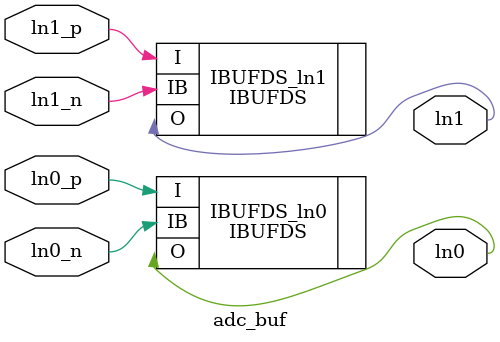
<source format=sv>
`timescale 1ns / 1ps

module adc_buf
#(   
    parameter DIFF_TERM 	= "TRUE",
    parameter IBUF_LOW_PWR 	= "FALSE",
    parameter IOSTANDARD 	= "LVDS_25"
)
(
    input logic ln0_p,
    input logic ln0_n,

    input logic ln1_p,
    input logic ln1_n,

    output logic ln0,
    output logic ln1
);

    IBUFDS #(
        .DIFF_TERM(DIFF_TERM),          // Differential Termination
        .IBUF_LOW_PWR(IBUF_LOW_PWR),    // Low power="TRUE", Highest performance="FALSE"
        .IOSTANDARD(IOSTANDARD)         // Specify the input I/O standard
    ) IBUFDS_ln0 (
        .I(ln0_p),    // Diff_p buffer input (connect directly to top-level port)
        .IB(ln0_n),   // Diff_n buffer input (connect directly to top-level port)
        .O(ln0)       // Buffer output
    );

    IBUFDS #(
        .DIFF_TERM(DIFF_TERM),       // Differential Termination
        .IBUF_LOW_PWR(IBUF_LOW_PWR), // Low power="TRUE", Highest performance="FALSE"
        .IOSTANDARD(IOSTANDARD)      // Specify the input I/O standard
    ) IBUFDS_ln1 (
        .I(ln1_p),    // Diff_p buffer input (connect directly to top-level port)
        .IB(ln1_n),   // Diff_n buffer input (connect directly to top-level port)
        .O(ln1)       // Buffer output
    );

endmodule
</source>
